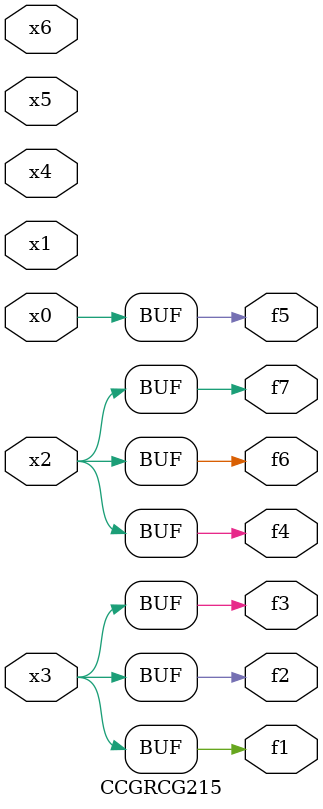
<source format=v>
module CCGRCG215(
	input x0, x1, x2, x3, x4, x5, x6,
	output f1, f2, f3, f4, f5, f6, f7
);
	assign f1 = x3;
	assign f2 = x3;
	assign f3 = x3;
	assign f4 = x2;
	assign f5 = x0;
	assign f6 = x2;
	assign f7 = x2;
endmodule

</source>
